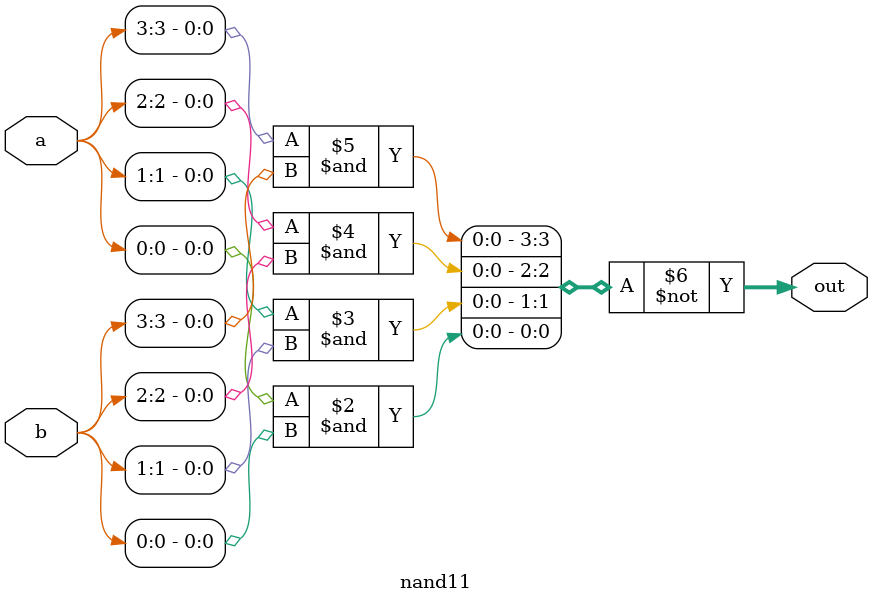
<source format=v>
module nand11 (
    input wire [3:0] a,
    input wire [3:0] b,
    output reg [3:0] out
);

    always @(*) begin
        out = ~( {a[3] & b[3], a[2] & b[2], a[1] & b[1], a[0] & b[0]} );
    end
endmodule

</source>
